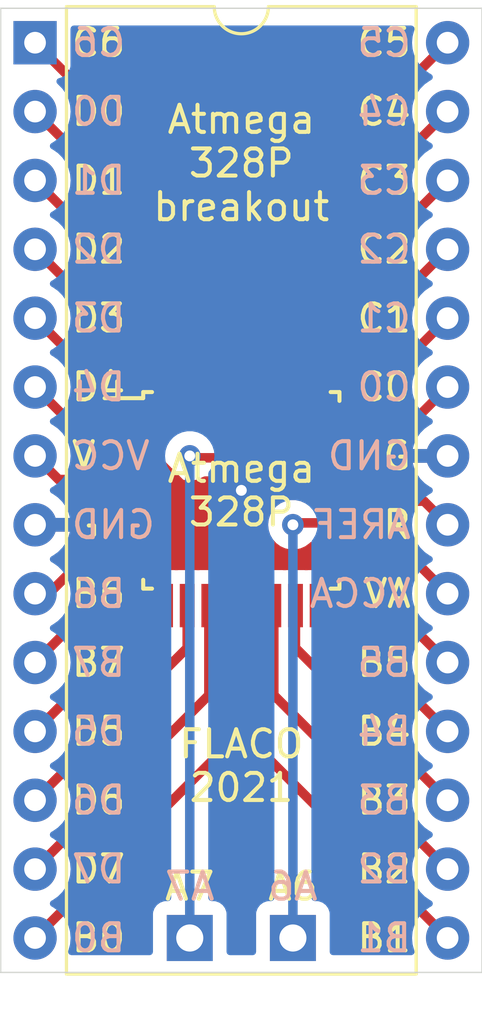
<source format=kicad_pcb>
(kicad_pcb (version 20211014) (generator pcbnew)
  (layers (0 "F.Cu" signal) (31 "B.Cu" signal) (34 "B.Paste" user) (35 "F.Paste" user) (36 "B.SilkS" user "B.Silkscreen") (37 "F.SilkS" user "F.Silkscreen") (38 "B.Mask" user) (39 "F.Mask" user) (44 "Edge.Cuts" user))
  (net 0 "")
  (net 1 "/ADC6")
  (net 2 "/ADC7")
  (net 3 "/D2")
  (net 4 "/D1")
  (net 5 "/D0")
  (net 6 "/C6")
  (net 7 "/C5")
  (net 8 "/C4")
  (net 9 "/C3")
  (net 10 "/C2")
  (net 11 "/C1")
  (net 12 "/C0")
  (net 13 "GND")
  (net 14 "/AREF")
  (net 15 "VDDA")
  (net 16 "/B5")
  (net 17 "/B4")
  (net 18 "/B3")
  (net 19 "/B2")
  (net 20 "/B1")
  (net 21 "/B0")
  (net 22 "/D7")
  (net 23 "/D6")
  (net 24 "/D5")
  (net 25 "/B7")
  (net 26 "/B6")
  (net 27 "VDD")
  (net 28 "/D4")
  (net 29 "/D3")
  (footprint "Sassa:Pin_THT_Square_Pitch2.54mm" (layer "F.Cu") (at 146.685 121.92)
    (fp_text reference "TP1" hide)
    (fp_text value "TestPoint")
    (pad "1" thru_hole rect locked (at 0 0) (size 1.7 1.7) (drill 1) (layers *.Cu *.Mask) (net 1 "/ADC6"))
  )
  (footprint "Sassa:Pin_THT_Square_Pitch2.54mm" (layer "F.Cu") (at 142.875 121.92)
    (fp_text reference "TP2" hide)
    (fp_text value "TestPoint")
    (pad "1" thru_hole rect locked (at 0 0) (size 1.7 1.7) (drill 1) (layers *.Cu *.Mask) (net 2 "/ADC7"))
  )
  (footprint "Package_DIP:DIP-28_W15.24mm" (layer "F.Cu") (at 137.16 88.9)
    (fp_text reference "U2" hide)
    (fp_text value "ATmega328P-PU")
    (fp_line (start 14.08 34.35) (end 14.08 -1.33) (layer "F.SilkS") (width 0.12))
    (fp_line (start 14.08 -1.33) (end 8.62 -1.33) (layer "F.SilkS") (width 0.12))
    (fp_line (start 1.16 34.35) (end 14.08 34.35) (layer "F.SilkS") (width 0.12))
    (fp_line (start 1.16 -1.33) (end 1.16 34.35) (layer "F.SilkS") (width 0.12))
    (fp_line (start 6.62 -1.33) (end 1.16 -1.33) (layer "F.SilkS") (width 0.12))
    (fp_arc (start 8.62 -1.33) (mid 7.62 -0.33) (end 6.62 -1.33) (layer "F.SilkS") (width 0.12))
    (pad "1" thru_hole rect (at 0 0) (size 1.6 1.6) (drill 0.8) (layers *.Cu *.Mask) (net 6 "/C6"))
    (pad "2" thru_hole oval (at 0 2.54) (size 1.6 1.6) (drill 0.8) (layers *.Cu *.Mask) (net 5 "/D0"))
    (pad "3" thru_hole oval (at 0 5.08) (size 1.6 1.6) (drill 0.8) (layers *.Cu *.Mask) (net 4 "/D1"))
    (pad "4" thru_hole oval (at 0 7.62) (size 1.6 1.6) (drill 0.8) (layers *.Cu *.Mask) (net 3 "/D2"))
    (pad "5" thru_hole oval (at 0 10.16) (size 1.6 1.6) (drill 0.8) (layers *.Cu *.Mask) (net 29 "/D3"))
    (pad "6" thru_hole oval (at 0 12.7) (size 1.6 1.6) (drill 0.8) (layers *.Cu *.Mask) (net 28 "/D4"))
    (pad "7" thru_hole oval (at 0 15.24) (size 1.6 1.6) (drill 0.8) (layers *.Cu *.Mask) (net 27 "VDD"))
    (pad "8" thru_hole oval (at 0 17.78) (size 1.6 1.6) (drill 0.8) (layers *.Cu *.Mask) (net 13 "GND"))
    (pad "9" thru_hole oval (at 0 20.32) (size 1.6 1.6) (drill 0.8) (layers *.Cu *.Mask) (net 26 "/B6"))
    (pad "10" thru_hole oval (at 0 22.86) (size 1.6 1.6) (drill 0.8) (layers *.Cu *.Mask) (net 25 "/B7"))
    (pad "11" thru_hole oval (at 0 25.4) (size 1.6 1.6) (drill 0.8) (layers *.Cu *.Mask) (net 24 "/D5"))
    (pad "12" thru_hole oval (at 0 27.94) (size 1.6 1.6) (drill 0.8) (layers *.Cu *.Mask) (net 23 "/D6"))
    (pad "13" thru_hole oval (at 0 30.48) (size 1.6 1.6) (drill 0.8) (layers *.Cu *.Mask) (net 22 "/D7"))
    (pad "14" thru_hole oval (at 0 33.02) (size 1.6 1.6) (drill 0.8) (layers *.Cu *.Mask) (net 21 "/B0"))
    (pad "15" thru_hole oval (at 15.24 33.02) (size 1.6 1.6) (drill 0.8) (layers *.Cu *.Mask) (net 20 "/B1"))
    (pad "16" thru_hole oval (at 15.24 30.48) (size 1.6 1.6) (drill 0.8) (layers *.Cu *.Mask) (net 19 "/B2"))
    (pad "17" thru_hole oval (at 15.24 27.94) (size 1.6 1.6) (drill 0.8) (layers *.Cu *.Mask) (net 18 "/B3"))
    (pad "18" thru_hole oval (at 15.24 25.4) (size 1.6 1.6) (drill 0.8) (layers *.Cu *.Mask) (net 17 "/B4"))
    (pad "19" thru_hole oval (at 15.24 22.86) (size 1.6 1.6) (drill 0.8) (layers *.Cu *.Mask) (net 16 "/B5"))
    (pad "20" thru_hole oval (at 15.24 20.32) (size 1.6 1.6) (drill 0.8) (layers *.Cu *.Mask) (net 15 "VDDA"))
    (pad "21" thru_hole oval (at 15.24 17.78) (size 1.6 1.6) (drill 0.8) (layers *.Cu *.Mask) (net 14 "/AREF"))
    (pad "22" thru_hole oval (at 15.24 15.24) (size 1.6 1.6) (drill 0.8) (layers *.Cu *.Mask) (net 13 "GND"))
    (pad "23" thru_hole oval (at 15.24 12.7) (size 1.6 1.6) (drill 0.8) (layers *.Cu *.Mask) (net 12 "/C0"))
    (pad "24" thru_hole oval (at 15.24 10.16) (size 1.6 1.6) (drill 0.8) (layers *.Cu *.Mask) (net 11 "/C1"))
    (pad "25" thru_hole oval (at 15.24 7.62) (size 1.6 1.6) (drill 0.8) (layers *.Cu *.Mask) (net 10 "/C2"))
    (pad "26" thru_hole oval (at 15.24 5.08) (size 1.6 1.6) (drill 0.8) (layers *.Cu *.Mask) (net 9 "/C3"))
    (pad "27" thru_hole oval (at 15.24 2.54) (size 1.6 1.6) (drill 0.8) (layers *.Cu *.Mask) (net 8 "/C4"))
    (pad "28" thru_hole oval (at 15.24 0) (size 1.6 1.6) (drill 0.8) (layers *.Cu *.Mask) (net 7 "/C5"))
  )
  (footprint "Package_QFP:TQFP-32_7x7mm_P0.8mm" (layer "F.Cu") (at 144.78 105.41)
    (fp_text reference "U1" hide)
    (fp_text value "ATmega328P-AU")
    (fp_line (start 3.625 3.625) (end 3.3 3.625) (layer "F.SilkS") (width 0.15))
    (fp_line (start -3.625 -3.625) (end -3.3 -3.625) (layer "F.SilkS") (width 0.15))
    (fp_line (start 3.625 -3.625) (end 3.3 -3.625) (layer "F.SilkS") (width 0.15))
    (fp_line (start -3.625 -3.625) (end -3.625 -3.4) (layer "F.SilkS") (width 0.15))
    (fp_line (start -3.625 3.625) (end -3.3 3.625) (layer "F.SilkS") (width 0.15))
    (fp_line (start -3.625 -3.4) (end -5.05 -3.4) (layer "F.SilkS") (width 0.15))
    (fp_line (start -3.625 3.625) (end -3.625 3.3) (layer "F.SilkS") (width 0.15))
    (fp_line (start 3.625 -3.625) (end 3.625 -3.3) (layer "F.SilkS") (width 0.15))
    (fp_line (start 3.625 3.625) (end 3.625 3.3) (layer "F.SilkS") (width 0.15))
    (pad "1" smd rect (at -4.25 -2.8) (size 1.6 0.55) (layers "F.Cu" "F.Paste" "F.Mask") (net 29 "/D3"))
    (pad "2" smd rect (at -4.25 -2) (size 1.6 0.55) (layers "F.Cu" "F.Paste" "F.Mask") (net 28 "/D4"))
    (pad "3" smd rect (at -4.25 -1.2) (size 1.6 0.55) (layers "F.Cu" "F.Paste" "F.Mask") (net 13 "GND"))
    (pad "4" smd rect (at -4.25 -0.4) (size 1.6 0.55) (layers "F.Cu" "F.Paste" "F.Mask") (net 27 "VDD"))
    (pad "5" smd rect (at -4.25 0.4) (size 1.6 0.55) (layers "F.Cu" "F.Paste" "F.Mask") (net 13 "GND"))
    (pad "6" smd rect (at -4.25 1.2) (size 1.6 0.55) (layers "F.Cu" "F.Paste" "F.Mask") (net 27 "VDD"))
    (pad "7" smd rect (at -4.25 2) (size 1.6 0.55) (layers "F.Cu" "F.Paste" "F.Mask") (net 26 "/B6"))
    (pad "8" smd rect (at -4.25 2.8) (size 1.6 0.55) (layers "F.Cu" "F.Paste" "F.Mask") (net 25 "/B7"))
    (pad "9" smd rect (at -2.8 4.25 90) (size 1.6 0.55) (layers "F.Cu" "F.Paste" "F.Mask") (net 24 "/D5"))
    (pad "10" smd rect (at -2 4.25 90) (size 1.6 0.55) (layers "F.Cu" "F.Paste" "F.Mask") (net 23 "/D6"))
    (pad "11" smd rect (at -1.2 4.25 90) (size 1.6 0.55) (layers "F.Cu" "F.Paste" "F.Mask") (net 22 "/D7"))
    (pad "12" smd rect (at -0.4 4.25 90) (size 1.6 0.55) (layers "F.Cu" "F.Paste" "F.Mask") (net 21 "/B0"))
    (pad "13" smd rect (at 0.4 4.25 90) (size 1.6 0.55) (layers "F.Cu" "F.Paste" "F.Mask") (net 20 "/B1"))
    (pad "14" smd rect (at 1.2 4.25 90) (size 1.6 0.55) (layers "F.Cu" "F.Paste" "F.Mask") (net 19 "/B2"))
    (pad "15" smd rect (at 2 4.25 90) (size 1.6 0.55) (layers "F.Cu" "F.Paste" "F.Mask") (net 18 "/B3"))
    (pad "16" smd rect (at 2.8 4.25 90) (size 1.6 0.55) (layers "F.Cu" "F.Paste" "F.Mask") (net 17 "/B4"))
    (pad "17" smd rect (at 4.25 2.8) (size 1.6 0.55) (layers "F.Cu" "F.Paste" "F.Mask") (net 16 "/B5"))
    (pad "18" smd rect (at 4.25 2) (size 1.6 0.55) (layers "F.Cu" "F.Paste" "F.Mask") (net 15 "VDDA"))
    (pad "19" smd rect (at 4.25 1.2) (size 1.6 0.55) (layers "F.Cu" "F.Paste" "F.Mask") (net 1 "/ADC6"))
    (pad "20" smd rect (at 4.25 0.4) (size 1.6 0.55) (layers "F.Cu" "F.Paste" "F.Mask") (net 14 "/AREF"))
    (pad "21" smd rect (at 4.25 -0.4) (size 1.6 0.55) (layers "F.Cu" "F.Paste" "F.Mask") (net 13 "GND"))
    (pad "22" smd rect (at 4.25 -1.2) (size 1.6 0.55) (layers "F.Cu" "F.Paste" "F.Mask") (net 2 "/ADC7"))
    (pad "23" smd rect (at 4.25 -2) (size 1.6 0.55) (layers "F.Cu" "F.Paste" "F.Mask") (net 12 "/C0"))
    (pad "24" smd rect (at 4.25 -2.8) (size 1.6 0.55) (layers "F.Cu" "F.Paste" "F.Mask") (net 11 "/C1"))
    (pad "25" smd rect (at 2.8 -4.25 90) (size 1.6 0.55) (layers "F.Cu" "F.Paste" "F.Mask") (net 10 "/C2"))
    (pad "26" smd rect (at 2 -4.25 90) (size 1.6 0.55) (layers "F.Cu" "F.Paste" "F.Mask") (net 9 "/C3"))
    (pad "27" smd rect (at 1.2 -4.25 90) (size 1.6 0.55) (layers "F.Cu" "F.Paste" "F.Mask") (net 8 "/C4"))
    (pad "28" smd rect (at 0.4 -4.25 90) (size 1.6 0.55) (layers "F.Cu" "F.Paste" "F.Mask") (net 7 "/C5"))
    (pad "29" smd rect (at -0.4 -4.25 90) (size 1.6 0.55) (layers "F.Cu" "F.Paste" "F.Mask") (net 6 "/C6"))
    (pad "30" smd rect (at -1.2 -4.25 90) (size 1.6 0.55) (layers "F.Cu" "F.Paste" "F.Mask") (net 5 "/D0"))
    (pad "31" smd rect (at -2 -4.25 90) (size 1.6 0.55) (layers "F.Cu" "F.Paste" "F.Mask") (net 4 "/D1"))
    (pad "32" smd rect (at -2.8 -4.25 90) (size 1.6 0.55) (layers "F.Cu" "F.Paste" "F.Mask") (net 3 "/D2"))
  )
  (gr_line (start 135.89 123.19) (end 135.89 87.63) (layer "Edge.Cuts") (width 0.05))
  (gr_line (start 153.67 87.63) (end 153.67 123.19) (layer "Edge.Cuts") (width 0.05))
  (gr_line (start 153.67 123.19) (end 135.89 123.19) (layer "Edge.Cuts") (width 0.05))
  (gr_line (start 135.89 87.63) (end 153.67 87.63) (layer "Edge.Cuts") (width 0.05))
  (gr_text "B7" (at 138.43 111.76) (layer "B.SilkS") (effects (font (size 1 1)) (justify right mirror)))
  (gr_text "D6" (at 138.43 116.84) (layer "B.SilkS") (effects (font (size 1 1)) (justify right mirror)))
  (gr_text "C0" (at 151.13 101.6) (layer "B.SilkS") (effects (font (size 1 1)) (justify left mirror)))
  (gr_text "C1" (at 151.13 99.06) (layer "B.SilkS") (effects (font (size 1 1)) (justify left mirror)))
  (gr_text "GND" (at 138.43 106.68) (layer "B.SilkS") (effects (font (size 1 1)) (justify right mirror)))
  (gr_text "GND" (at 151.13 104.14) (layer "B.SilkS") (effects (font (size 1 1)) (justify left mirror)))
  (gr_text "D0" (at 138.43 91.44) (layer "B.SilkS") (effects (font (size 1 1)) (justify right mirror)))
  (gr_text "D3" (at 138.43 99.06) (layer "B.SilkS") (effects (font (size 1 1)) (justify right mirror)))
  (gr_text "B2" (at 151.13 119.38) (layer "B.SilkS") (effects (font (size 1 1)) (justify left mirror)))
  (gr_text "A6" (at 146.685 120.015) (layer "B.SilkS") (effects (font (size 1 1)) (justify mirror)))
  (gr_text "D2" (at 138.43 96.52) (layer "B.SilkS") (effects (font (size 1 1)) (justify right mirror)))
  (gr_text "VCCA" (at 151.13 109.22) (layer "B.SilkS") (effects (font (size 1 1)) (justify left mirror)))
  (gr_text "B1" (at 151.13 121.92) (layer "B.SilkS") (effects (font (size 1 1)) (justify left mirror)))
  (gr_text "C6" (at 138.43 88.9) (layer "B.SilkS") (effects (font (size 1 1)) (justify right mirror)))
  (gr_text "VCC" (at 138.43 104.14) (layer "B.SilkS") (effects (font (size 1 1)) (justify right mirror)))
  (gr_text "AREF" (at 151.13 106.68) (layer "B.SilkS") (effects (font (size 1 1)) (justify left mirror)))
  (gr_text "D7" (at 138.43 119.38) (layer "B.SilkS") (effects (font (size 1 1)) (justify right mirror)))
  (gr_text "C3" (at 151.13 93.98) (layer "B.SilkS") (effects (font (size 1 1)) (justify left mirror)))
  (gr_text "A7" (at 142.875 120.015) (layer "B.SilkS") (effects (font (size 1 1)) (justify mirror)))
  (gr_text "C2" (at 151.13 96.52) (layer "B.SilkS") (effects (font (size 1 1)) (justify left mirror)))
  (gr_text "B5" (at 151.13 111.76) (layer "B.SilkS") (effects (font (size 1 1)) (justify left mirror)))
  (gr_text "B0" (at 138.43 121.92) (layer "B.SilkS") (effects (font (size 1 1)) (justify right mirror)))
  (gr_text "D5" (at 138.43 114.3) (layer "B.SilkS") (effects (font (size 1 1)) (justify right mirror)))
  (gr_text "D4" (at 138.43 101.6) (layer "B.SilkS") (effects (font (size 1 1)) (justify right mirror)))
  (gr_text "C5" (at 151.13 88.9) (layer "B.SilkS") (effects (font (size 1 1)) (justify left mirror)))
  (gr_text "C4" (at 151.13 91.44) (layer "B.SilkS") (effects (font (size 1 1)) (justify left mirror)))
  (gr_text "B3" (at 151.13 116.84) (layer "B.SilkS") (effects (font (size 1 1)) (justify left mirror)))
  (gr_text "B6" (at 138.43 109.22) (layer "B.SilkS") (effects (font (size 1 1)) (justify right mirror)))
  (gr_text "B4" (at 151.13 114.3) (layer "B.SilkS") (effects (font (size 1 1)) (justify left mirror)))
  (gr_text "D1" (at 138.43 93.98) (layer "B.SilkS") (effects (font (size 1 1)) (justify right mirror)))
  (gr_text "Atmega\n328P\nbreakout" (at 144.78 93.345) (layer "F.SilkS") (effects (font (size 1 1))))
  (gr_text "D3" (at 138.43 99.06) (layer "F.SilkS") (effects (font (size 1 1)) (justify left)))
  (gr_text "C3" (at 151.13 93.98) (layer "F.SilkS") (effects (font (size 1 1)) (justify right)))
  (gr_text "A7" (at 142.875 120.015) (layer "F.SilkS") (effects (font (size 1 1))))
  (gr_text "R" (at 151.13 106.68) (layer "F.SilkS") (effects (font (size 1 1)) (justify right)))
  (gr_text "C5" (at 151.13 88.9) (layer "F.SilkS") (effects (font (size 1 1)) (justify right)))
  (gr_text "D5" (at 138.43 114.3) (layer "F.SilkS") (effects (font (size 1 1)) (justify left)))
  (gr_text "B5" (at 151.13 111.76) (layer "F.SilkS") (effects (font (size 1 1)) (justify right)))
  (gr_text "C1" (at 151.13 99.06) (layer "F.SilkS") (effects (font (size 1 1)) (justify right)))
  (gr_text "C0" (at 151.13 101.6) (layer "F.SilkS") (effects (font (size 1 1)) (justify right)))
  (gr_text "B7" (at 138.43 111.76) (layer "F.SilkS") (effects (font (size 1 1)) (justify left)))
  (gr_text "B0" (at 138.43 121.92) (layer "F.SilkS") (effects (font (size 1 1)) (justify left)))
  (gr_text "FLACO\n2021" (at 144.78 115.57) (layer "F.SilkS") (effects (font (size 1 1))))
  (gr_text "B6" (at 138.43 109.22) (layer "F.SilkS") (effects (font (size 1 1)) (justify left)))
  (gr_text "B4" (at 151.13 114.3) (layer "F.SilkS") (effects (font (size 1 1)) (justify right)))
  (gr_text "D4" (at 138.43 101.6) (layer "F.SilkS") (effects (font (size 1 1)) (justify left)))
  (gr_text "G" (at 151.13 104.14) (layer "F.SilkS") (effects (font (size 1 1)) (justify right)))
  (gr_text "B1" (at 151.13 121.92) (layer "F.SilkS") (effects (font (size 1 1)) (justify right)))
  (gr_text "D6" (at 138.43 116.84) (layer "F.SilkS") (effects (font (size 1 1)) (justify left)))
  (gr_text "A6" (at 146.685 120.015) (layer "F.SilkS") (effects (font (size 1 1))))
  (gr_text "Atmega\n328P" (at 144.78 105.41) (layer "F.SilkS") (effects (font (size 1 1))))
  (gr_text "D2" (at 138.43 96.52) (layer "F.SilkS") (effects (font (size 1 1)) (justify left)))
  (gr_text "B2" (at 151.13 119.38) (layer "F.SilkS") (effects (font (size 1 1)) (justify right)))
  (gr_text "C2" (at 151.13 96.52) (layer "F.SilkS") (effects (font (size 1 1)) (justify right)))
  (gr_text "B3" (at 151.13 116.84) (layer "F.SilkS") (effects (font (size 1 1)) (justify right)))
  (gr_text "D0" (at 138.43 91.44) (layer "F.SilkS") (effects (font (size 1 1)) (justify left)))
  (gr_text "D1" (at 138.43 93.98) (layer "F.SilkS") (effects (font (size 1 1)) (justify left)))
  (gr_text "C4" (at 151.13 91.44) (layer "F.SilkS") (effects (font (size 1 1)) (justify right)))
  (gr_text "D7" (at 138.43 119.38) (layer "F.SilkS") (effects (font (size 1 1)) (justify left)))
  (gr_text "V" (at 138.43 104.14) (layer "F.SilkS") (effects (font (size 1 1)) (justify left)))
  (gr_text "C6" (at 138.43 88.9) (layer "F.SilkS") (effects (font (size 1 1)) (justify left)))
  (gr_text "G" (at 138.43 106.68) (layer "F.SilkS") (effects (font (size 1 1)) (justify left)))
  (gr_text "VA" (at 151.13 109.22) (layer "F.SilkS") (effects (font (size 1 1)) (justify right)))
  (segment (start 149.03 106.61) (end 146.755 106.61) (width 0.35) (layer "F.Cu") (net 1))
  (segment (start 146.755 106.61) (end 146.685 106.68) (width 0.35) (layer "F.Cu") (net 1))
  (via (at 146.685 106.68) (size 0.8) (drill 0.4) (layers "F.Cu" "B.Cu") (net 1))
  (segment (start 146.685 121.92) (end 146.685 106.68) (width 0.35) (layer "B.Cu") (net 1))
  (segment (start 149.03 104.21) (end 142.945 104.21) (width 0.35) (layer "F.Cu") (net 2))
  (segment (start 142.945 104.21) (end 142.875 104.14) (width 0.35) (layer "F.Cu") (net 2))
  (via (at 142.875 104.14) (size 0.8) (drill 0.4) (layers "F.Cu" "B.Cu") (net 2))
  (segment (start 142.875 104.14) (end 142.875 121.92) (width 0.35) (layer "B.Cu") (net 2))
  (segment (start 141.98 101.16) (end 141.8 101.16) (width 0.35) (layer "F.Cu") (net 3))
  (segment (start 141.8 101.16) (end 137.16 96.52) (width 0.35) (layer "F.Cu") (net 3))
  (segment (start 142.78 101.16) (end 142.78 99.6) (width 0.35) (layer "F.Cu") (net 4))
  (segment (start 142.78 99.6) (end 137.16 93.98) (width 0.35) (layer "F.Cu") (net 4))
  (segment (start 143.58 101.16) (end 143.58 97.86) (width 0.35) (layer "F.Cu") (net 5))
  (segment (start 143.58 97.86) (end 137.16 91.44) (width 0.35) (layer "F.Cu") (net 5))
  (segment (start 144.38 101.16) (end 144.38 96.12) (width 0.35) (layer "F.Cu") (net 6))
  (segment (start 144.38 96.12) (end 137.16 88.9) (width 0.35) (layer "F.Cu") (net 6))
  (segment (start 145.18 96.12) (end 152.4 88.9) (width 0.35) (layer "F.Cu") (net 7))
  (segment (start 145.18 101.16) (end 145.18 96.12) (width 0.35) (layer "F.Cu") (net 7))
  (segment (start 145.98 97.86) (end 152.4 91.44) (width 0.35) (layer "F.Cu") (net 8))
  (segment (start 145.98 101.16) (end 145.98 97.86) (width 0.35) (layer "F.Cu") (net 8))
  (segment (start 146.78 99.6) (end 152.4 93.98) (width 0.35) (layer "F.Cu") (net 9))
  (segment (start 146.78 101.16) (end 146.78 99.6) (width 0.35) (layer "F.Cu") (net 9))
  (segment (start 147.58 101.16) (end 147.76 101.16) (width 0.35) (layer "F.Cu") (net 10))
  (segment (start 147.76 101.16) (end 152.4 96.52) (width 0.35) (layer "F.Cu") (net 10))
  (segment (start 149.03 102.43) (end 152.4 99.06) (width 0.35) (layer "F.Cu") (net 11))
  (segment (start 149.03 102.61) (end 149.03 102.43) (width 0.35) (layer "F.Cu") (net 11))
  (segment (start 149.03 103.41) (end 150.59 103.41) (width 0.35) (layer "F.Cu") (net 12))
  (segment (start 150.59 103.41) (end 152.4 101.6) (width 0.35) (layer "F.Cu") (net 12))
  (segment (start 144.78 105.41) (end 142.78 105.41) (width 0.35) (layer "F.Cu") (net 13))
  (segment (start 142.24 105.41) (end 141.84 105.81) (width 0.35) (layer "F.Cu") (net 13))
  (segment (start 140.53 104.21) (end 141.58 104.21) (width 0.35) (layer "F.Cu") (net 13))
  (segment (start 146.685 105.41) (end 144.78 105.41) (width 0.35) (layer "F.Cu") (net 13))
  (segment (start 142.78 105.41) (end 142.24 104.87) (width 0.35) (layer "F.Cu") (net 13))
  (segment (start 149.03 105.01) (end 150.26 105.01) (width 0.35) (layer "F.Cu") (net 13))
  (segment (start 147.085 105.01) (end 146.685 105.41) (width 0.35) (layer "F.Cu") (net 13))
  (segment (start 142.24 104.87) (end 142.24 105.41) (width 0.35) (layer "F.Cu") (net 13))
  (segment (start 149.03 105.01) (end 147.085 105.01) (width 0.35) (layer "F.Cu") (net 13))
  (segment (start 151.13 104.14) (end 152.4 104.14) (width 0.35) (layer "F.Cu") (net 13))
  (segment (start 141.84 105.81) (end 140.53 105.81) (width 0.35) (layer "F.Cu") (net 13))
  (segment (start 141.58 104.21) (end 142.24 104.87) (width 0.35) (layer "F.Cu") (net 13))
  (segment (start 150.26 105.01) (end 151.13 104.14) (width 0.35) (layer "F.Cu") (net 13))
  (via (at 144.78 105.41) (size 0.8) (drill 0.4) (layers "F.Cu" "B.Cu") (net 13))
  (segment (start 149.03 105.81) (end 151.53 105.81) (width 0.35) (layer "F.Cu") (net 14))
  (segment (start 151.53 105.81) (end 152.4 106.68) (width 0.35) (layer "F.Cu") (net 14))
  (segment (start 150.59 107.41) (end 152.4 109.22) (width 0.35) (layer "F.Cu") (net 15))
  (segment (start 149.03 107.41) (end 150.59 107.41) (width 0.35) (layer "F.Cu") (net 15))
  (segment (start 149.03 108.39) (end 152.4 111.76) (width 0.35) (layer "F.Cu") (net 16))
  (segment (start 149.03 108.21) (end 149.03 108.39) (width 0.35) (layer "F.Cu") (net 16))
  (segment (start 147.58 109.66) (end 147.76 109.66) (width 0.35) (layer "F.Cu") (net 17))
  (segment (start 147.76 109.66) (end 152.4 114.3) (width 0.35) (layer "F.Cu") (net 17))
  (segment (start 146.78 109.66) (end 146.78 111.22) (width 0.35) (layer "F.Cu") (net 18))
  (segment (start 146.78 111.22) (end 152.4 116.84) (width 0.35) (layer "F.Cu") (net 18))
  (segment (start 145.98 109.66) (end 145.98 112.96) (width 0.35) (layer "F.Cu") (net 19))
  (segment (start 145.98 112.96) (end 152.4 119.38) (width 0.35) (layer "F.Cu") (net 19))
  (segment (start 145.18 114.7) (end 152.4 121.92) (width 0.35) (layer "F.Cu") (net 20))
  (segment (start 145.18 109.66) (end 145.18 114.7) (width 0.35) (layer "F.Cu") (net 20))
  (segment (start 144.38 114.7) (end 137.16 121.92) (width 0.35) (layer "F.Cu") (net 21))
  (segment (start 144.38 109.66) (end 144.38 114.7) (width 0.35) (layer "F.Cu") (net 21))
  (segment (start 143.58 112.96) (end 137.16 119.38) (width 0.35) (layer "F.Cu") (net 22))
  (segment (start 143.58 109.66) (end 143.58 112.96) (width 0.35) (layer "F.Cu") (net 22))
  (segment (start 142.78 111.22) (end 137.16 116.84) (width 0.35) (layer "F.Cu") (net 23))
  (segment (start 142.78 109.66) (end 142.78 111.22) (width 0.35) (layer "F.Cu") (net 23))
  (segment (start 141.8 109.66) (end 137.16 114.3) (width 0.35) (layer "F.Cu") (net 24))
  (segment (start 141.98 109.66) (end 141.8 109.66) (width 0.35) (layer "F.Cu") (net 24))
  (segment (start 140.53 108.21) (end 140.53 108.39) (width 0.35) (layer "F.Cu") (net 25))
  (segment (start 140.53 108.39) (end 137.16 111.76) (width 0.35) (layer "F.Cu") (net 25))
  (segment (start 137.67 109.22) (end 137.16 109.22) (width 0.35) (layer "F.Cu") (net 26))
  (segment (start 140.53 107.41) (end 139.48 107.41) (width 0.35) (layer "F.Cu") (net 26))
  (segment (start 139.48 107.41) (end 137.67 109.22) (width 0.35) (layer "F.Cu") (net 26))
  (segment (start 140.53 105.01) (end 138.03 105.01) (width 0.35) (layer "F.Cu") (net 27))
  (segment (start 138.03 105.01) (end 137.16 104.14) (width 0.35) (layer "F.Cu") (net 27))
  (segment (start 137.16 104.14) (end 139.63 106.61) (width 0.35) (layer "F.Cu") (net 27))
  (segment (start 139.63 106.61) (end 140.53 106.61) (width 0.35) (layer "F.Cu") (net 27))
  (segment (start 140.53 103.41) (end 138.97 103.41) (width 0.35) (layer "F.Cu") (net 28))
  (segment (start 138.97 103.41) (end 137.16 101.6) (width 0.35) (layer "F.Cu") (net 28))
  (segment (start 140.53 102.43) (end 137.16 99.06) (width 0.35) (layer "F.Cu") (net 29))
  (segment (start 140.53 102.61) (end 140.53 102.43) (width 0.35) (layer "F.Cu") (net 29))
  (zone (net 13) (net_name "GND") (layer "F.Cu") (connect_pads (clearance 0.508)) (min_thickness 0.254) (fill yes (thermal_gap 0.508) (thermal_bridge_width 0.508))
    (polygon (pts (xy 153.035 122.555) (xy 136.525 122.555) (xy 136.525 88.265) (xy 153.035 88.265)))
  )
  (zone (net 13) (net_name "GND") (layer "B.Cu") (connect_pads (clearance 0.508)) (min_thickness 0.254) (fill yes (thermal_gap 0.508) (thermal_bridge_width 0.508))
    (polygon (pts (xy 153.035 122.555) (xy 136.525 122.555) (xy 136.525 88.265) (xy 153.035 88.265)))
  )
)
</source>
